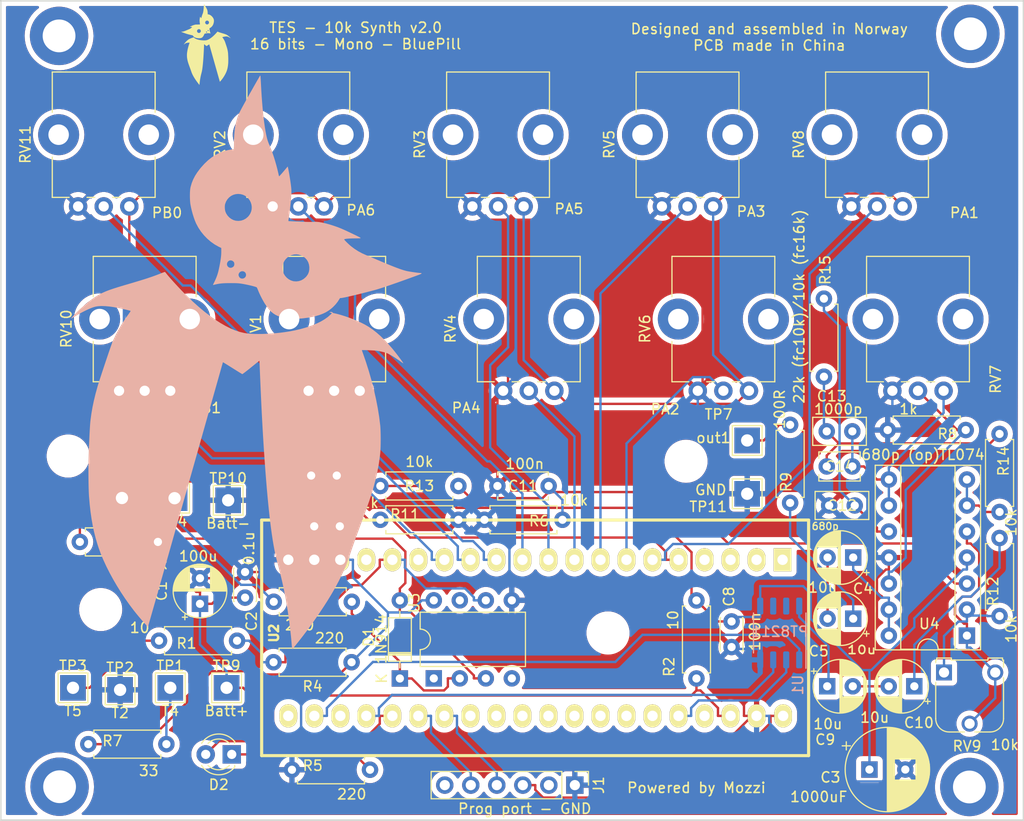
<source format=kicad_pcb>
(kicad_pcb (version 20211014) (generator pcbnew)
  (layers (0 "F.Cu" signal) (31 "B.Cu" signal) (34 "B.Paste" user) (35 "F.Paste" user) (36 "B.SilkS" user "B.Silkscreen") (37 "F.SilkS" user "F.Silkscreen") (38 "B.Mask" user) (39 "F.Mask" user) (44 "Edge.Cuts" user))
  (net 0 "")
  (net 1 "Net-(D1-Pad1)")
  (net 2 "Net-(D1-Pad2)")
  (net 3 "Net-(RV6-Pad2)")
  (net 4 "Net-(RV5-Pad2)")
  (net 5 "Net-(RV4-Pad2)")
  (net 6 "Net-(RV3-Pad2)")
  (net 7 "Net-(RV2-Pad2)")
  (net 8 "Net-(RV1-Pad2)")
  (net 9 "Net-(R1-Pad2)")
  (net 10 "+3V3")
  (net 11 "GND")
  (net 12 "Net-(D2-Pad2)")
  (net 13 "Net-(J1-Pad4)")
  (net 14 "Net-(J1-Pad3)")
  (net 15 "Net-(D2-Pad1)")
  (net 16 "Net-(R1-Pad1)")
  (net 17 "Net-(R3-Pad1)")
  (net 18 "Net-(R8-Pad1)")
  (net 19 "Net-(RV8-Pad2)")
  (net 20 "Net-(J1-Pad5)")
  (net 21 "DAC_out")
  (net 22 "Net-(R7-Pad2)")
  (net 23 "Net-(RV10-Pad2)")
  (net 24 "Net-(RV11-Pad2)")
  (net 25 "Net-(U1-Pad2)")
  (net 26 "Net-(U1-Pad3)")
  (net 27 "Net-(C4-Pad1)")
  (net 28 "Net-(C4-Pad2)")
  (net 29 "Net-(C5-Pad1)")
  (net 30 "Net-(R9-Pad2)")
  (net 31 "Net-(R10-Pad2)")
  (net 32 "Net-(C10-Pad1)")
  (net 33 "batt+")
  (net 34 "/filtered_vcc")
  (net 35 "Net-(U1-Pad1)")
  (net 36 "Net-(C9-Pad1)")
  (net 37 "Net-(C10-Pad2)")
  (net 38 "Net-(C11-Pad2)")
  (net 39 "Net-(C12-Pad2)")
  (net 40 "Net-(C13-Pad1)")
  (net 41 "/filter_out")
  (net 44 "Net-(R12-Pad2)")
  (net 45 "Net-(R14-Pad2)")
  (footprint "Diode_THT:D_DO-35_SOD27_P7.62mm_Horizontal" (layer "F.Cu") (at 81.915 85.09 90)
    (fp_text reference "D1")
    (fp_text value "1N914")
  )
  (footprint "LED_THT:LED_D3.0mm" (layer "F.Cu") (at 65.5 92.5 180)
    (fp_text reference "D2")
    (fp_text value "LED")
  )
  (footprint "Resistor_THT:R_Axial_DIN0207_L6.3mm_D2.5mm_P7.62mm_Horizontal" (layer "F.Cu") (at 58.4 81.4)
    (fp_text reference "R1")
    (fp_text value "10")
  )
  (footprint "Resistor_THT:R_Axial_DIN0207_L6.3mm_D2.5mm_P7.62mm_Horizontal" (layer "F.Cu") (at 110.871 77.47 -90)
    (fp_text reference "R2")
    (fp_text value "10")
  )
  (footprint "Resistor_THT:R_Axial_DIN0207_L6.3mm_D2.5mm_P7.62mm_Horizontal" (layer "F.Cu") (at 69.6 77.6)
    (fp_text reference "R3")
    (fp_text value "220")
  )
  (footprint "Resistor_THT:R_Axial_DIN0207_L6.3mm_D2.5mm_P7.62mm_Horizontal" (layer "F.Cu") (at 77.2 83.5 180)
    (fp_text reference "R4")
    (fp_text value "220")
  )
  (footprint "Resistor_THT:R_Axial_DIN0207_L6.3mm_D2.5mm_P7.62mm_Horizontal" (layer "F.Cu") (at 79 94 180)
    (fp_text reference "R5")
    (fp_text value "220")
  )
  (footprint "Resistor_THT:R_Axial_DIN0207_L6.3mm_D2.5mm_P7.62mm_Horizontal" (layer "F.Cu") (at 90.17 69.596)
    (fp_text reference "R6")
    (fp_text value "10k")
  )
  (footprint "Potentiometer_THT:Potentiometer_Alps_RK09K_Single_Vertical" (layer "F.Cu") (at 78 57 90)
    (fp_text reference "RV1")
    (fp_text value "10K")
  )
  (footprint "Potentiometer_THT:Potentiometer_Alps_RK09K_Single_Vertical" (layer "F.Cu") (at 74.5 39 90)
    (fp_text reference "RV2")
    (fp_text value "10K")
  )
  (footprint "Potentiometer_THT:Potentiometer_Alps_RK09K_Single_Vertical" (layer "F.Cu") (at 94 39 90)
    (fp_text reference "RV3")
    (fp_text value "10K")
  )
  (footprint "Potentiometer_THT:Potentiometer_Alps_RK09K_Single_Vertical" (layer "F.Cu") (at 97 57 90)
    (fp_text reference "RV4")
    (fp_text value "10K")
  )
  (footprint "Potentiometer_THT:Potentiometer_Alps_RK09K_Single_Vertical" (layer "F.Cu") (at 112.5 39 90)
    (fp_text reference "RV5")
    (fp_text value "10K")
  )
  (footprint "Potentiometer_THT:Potentiometer_Alps_RK09K_Single_Vertical" (layer "F.Cu") (at 116 57 90)
    (fp_text reference "RV6")
    (fp_text value "10K")
  )
  (footprint "Potentiometer_THT:Potentiometer_Alps_RK09K_Single_Vertical" (layer "F.Cu") (at 135 57 90)
    (fp_text reference "RV7")
    (fp_text value "10K")
  )
  (footprint "Potentiometer_THT:Potentiometer_Alps_RK09K_Single_Vertical" (layer "F.Cu") (at 131 39 90)
    (fp_text reference "RV8")
    (fp_text value "10K")
  )
  (footprint "TestPoint:TestPoint_THTPad_2.5x2.5mm_Drill1.2mm" (layer "F.Cu") (at 59.5 86)
    (fp_text reference "TP1")
    (fp_text value "T4")
  )
  (footprint "TestPoint:TestPoint_THTPad_2.5x2.5mm_Drill1.2mm" (layer "F.Cu") (at 54.6 86.2)
    (fp_text reference "TP2")
    (fp_text value "T2")
  )
  (footprint "TestPoint:TestPoint_THTPad_2.5x2.5mm_Drill1.2mm" (layer "F.Cu") (at 50 86)
    (fp_text reference "TP3")
    (fp_text value "T5")
  )
  (footprint "TestPoint:TestPoint_THTPad_2.5x2.5mm_Drill1.2mm" (layer "F.Cu") (at 54.7822 67.4694)
    (fp_text reference "TP4")
    (fp_text value "IN5")
  )
  (footprint "TestPoint:TestPoint_THTPad_2.5x2.5mm_Drill1.2mm" (layer "F.Cu") (at 59.9186 67.4878)
    (fp_text reference "TP5")
    (fp_text value "IN4")
  )
  (footprint "TestPoint:TestPoint_THTPad_2.5x2.5mm_Drill1.2mm" (layer "F.Cu") (at 115.824 61.849)
    (fp_text reference "TP7")
    (fp_text value "out1")
  )
  (footprint "TestPoint:TestPoint_THTPad_2.5x2.5mm_Drill1.2mm" (layer "F.Cu") (at 65 86)
    (fp_text reference "TP9")
    (fp_text value "Batt+")
  )
  (footprint "TestPoint:TestPoint_THTPad_2.5x2.5mm_Drill1.2mm" (layer "F.Cu") (at 65.151 67.691)
    (fp_text reference "TP10")
    (fp_text value "Batt-")
  )
  (footprint "BluePill_breakouts:BluePill_STM32F103C_breadboard_friendly" (layer "F.Cu") (at 119.23 73.5 -90)
    (fp_text reference "U2")
    (fp_text value "BluePill_STM32F103C_breadboard_friendly" hide)
  )
  (footprint "TestPoint:TestPoint_THTPad_2.5x2.5mm_Drill1.2mm" (layer "F.Cu") (at 115.824 67.056)
    (fp_text reference "TP11")
    (fp_text value "GND")
  )
  (footprint "Resistor_THT:R_Axial_DIN0207_L6.3mm_D2.5mm_P7.62mm_Horizontal" (layer "F.Cu") (at 137.16 60.833 180)
    (fp_text reference "R8")
    (fp_text value "1k")
  )
  (footprint "Connector_PinHeader_2.54mm:PinHeader_1x06_P2.54mm_Vertical" (layer "F.Cu") (at 99 95.5 -90)
    (fp_text reference "J1")
    (fp_text value "Prog port - GND")
  )
  (footprint "Resistor_THT:R_Axial_DIN0207_L6.3mm_D2.5mm_P7.62mm_Horizontal" (layer "F.Cu") (at 51.5 91.5)
    (fp_text reference "R7")
    (fp_text value "33")
  )
  (footprint "Potentiometer_THT:Potentiometer_Alps_RK09K_Single_Vertical" (layer "F.Cu") (at 59.5 57 90)
    (fp_text reference "RV10")
    (fp_text value "10K")
  )
  (footprint "Potentiometer_THT:Potentiometer_Alps_RK09K_Single_Vertical" (layer "F.Cu") (at 55.5 39 90)
    (fp_text reference "RV11")
    (fp_text value "10K")
  )
  (footprint "Capacitor_THT:CP_Radial_D5.0mm_P2.50mm" (layer "F.Cu") (at 62.4 77.8 90)
    (fp_text reference "C1")
    (fp_text value "100u")
  )
  (footprint "Resistor_THT:R_Axial_DIN0207_L6.3mm_D2.5mm_P7.62mm_Horizontal" (layer "F.Cu") (at 58.293 71.755 180)
    (fp_text reference "R10")
    (fp_text value "22k")
  )
  (footprint "Capacitor_THT:CP_Radial_D5.0mm_P2.50mm" (layer "F.Cu") (at 126.1731 73.279 180)
    (fp_text reference "C4")
    (fp_text value "10u")
  )
  (footprint "Resistor_THT:R_Axial_DIN0207_L6.3mm_D2.5mm_P7.62mm_Horizontal" (layer "F.Cu") (at 87.63 69.596 180)
    (fp_text reference "R11")
    (fp_text value "22k")
  )
  (footprint "Capacitor_THT:CP_Radial_D5.0mm_P2.50mm" (layer "F.Cu") (at 126.1731 79.248 180)
    (fp_text reference "C5")
    (fp_text value "10u")
  )
  (footprint "Resistor_THT:R_Axial_DIN0207_L6.3mm_D2.5mm_P7.62mm_Horizontal" (layer "F.Cu") (at 120.015 67.945 90)
    (fp_text reference "R9")
    (fp_text value "100R")
  )
  (footprint "Package_DIP:DIP-14_W7.62mm_Socket" (layer "F.Cu") (at 137.277 80.904 180)
    (fp_text reference "U4")
    (fp_text value "TL074")
  )
  (footprint "Capacitor_THT:CP_Radial_D5.0mm_P2.50mm" (layer "F.Cu") (at 75.7541 65.278 180)
    (fp_text reference "C6")
    (fp_text value "100u")
  )
  (footprint "Capacitor_THT:C_Disc_D3.0mm_W2.0mm_P2.50mm" (layer "F.Cu") (at 76.053 70.231 180)
    (fp_text reference "C7")
    (fp_text value "0.1u")
  )
  (footprint "Capacitor_THT:C_Disc_D3.0mm_W2.0mm_P2.50mm" (layer "F.Cu") (at 66.802 77.196 90)
    (fp_text reference "C2")
    (fp_text value "0.1u")
  )
  (footprint "Capacitor_THT:C_Disc_D3.0mm_W2.0mm_P2.50mm" (layer "F.Cu") (at 114.3 82.022 90)
    (fp_text reference "C8")
    (fp_text value "100n")
  )
  (footprint "Capacitor_THT:CP_Radial_D5.0mm_P2.50mm" (layer "F.Cu") (at 123.635888 85.852)
    (fp_text reference "C9")
    (fp_text value "10u")
  )
  (footprint "Capacitor_THT:CP_Radial_D5.0mm_P2.50mm" (layer "F.Cu") (at 132.1421 85.852 180)
    (fp_text reference "C10")
    (fp_text value "10u")
  )
  (footprint "Resistor_THT:R_Axial_DIN0207_L6.3mm_D2.5mm_P7.62mm_Horizontal" (layer "F.Cu") (at 140.462 71.374 -90)
    (fp_text reference "R12")
    (fp_text value "10k")
  )
  (footprint "Package_DIP:DIP-8_W7.62mm" (layer "F.Cu") (at 85.227 85.08 90)
    (fp_text reference "U3")
    (fp_text value "6N138")
  )
  (footprint "Capacitor_THT:CP_Radial_D8.0mm_P3.50mm" (layer "F.Cu") (at 127.7603 93.98)
    (fp_text reference "C3")
    (fp_text value "1000uF")
  )
  (footprint "Capacitor_THT:C_Disc_D5.0mm_W2.5mm_P2.50mm" (layer "F.Cu") (at 123.825 68.199)
    (fp_text reference "C12")
    (fp_text value "680p")
  )
  (footprint "MountingHole:MountingHole_3.2mm_M3" (layer "F.Cu") (at 52.705 78.359)
    (fp_text reference "H1" hide)
    (fp_text value "MountingHole" hide)
  )
  (footprint "MountingHole:MountingHole_3.2mm_M3_ISO7380_Pad" (layer "F.Cu") (at 137.5156 95.6818)
    (fp_text reference "H3" hide)
    (fp_text value "MountingHole" hide)
  )
  (footprint "Resistor_THT:R_Axial_DIN0207_L6.3mm_D2.5mm_P7.62mm_Horizontal" (layer "F.Cu") (at 140.462 61.214 -90)
    (fp_text reference "R14")
    (fp_text value "10k")
  )
  (footprint "PCB_symbols:owl_7x10" (layer "F.Cu") (at 62.992 23.368)
    (fp_text reference "G***" hide)
    (fp_text value "LOGO" hide)
  )
  (footprint "MountingHole:MountingHole_3.2mm_M3" (layer "F.Cu") (at 102.235 80.645)
    (fp_text reference "H2" hide)
    (fp_text value "MountingHole" hide)
  )
  (footprint "Capacitor_THT:C_Disc_D4.7mm_W2.5mm_P5.00mm" (layer "F.Cu") (at 91.44 66.294)
    (fp_text reference "C11")
    (fp_text value "100n")
  )
  (footprint "MountingHole:MountingHole_3.2mm_M3" (layer "F.Cu") (at 49.53 63.373)
    (fp_text reference "H8" hide)
    (fp_text value "MountingHole" hide)
  )
  (footprint "MountingHole:MountingHole_3.2mm_M3" (layer "F.Cu") (at 109.855 63.881)
    (fp_text reference "H5" hide)
    (fp_text value "MountingHole" hide)
  )
  (footprint "MountingHole:MountingHole_3.2mm_M3_ISO7380_Pad" (layer "F.Cu") (at 48.6918 95.6564)
    (fp_text reference "H6" hide)
    (fp_text value "MountingHole" hide)
  )
  (footprint "Resistor_THT:R_Axial_DIN0207_L6.3mm_D2.5mm_P7.62mm_Horizontal" (layer "F.Cu") (at 87.63 66.294 180)
    (fp_text reference "R13")
    (fp_text value "10k")
  )
  (footprint "Capacitor_THT:C_Disc_D5.0mm_W2.5mm_P2.50mm" (layer "F.Cu") (at 123.591 60.96)
    (fp_text reference "C13")
    (fp_text value "1000p")
  )
  (footprint "MountingHole:MountingHole_3.2mm_M3_ISO7380_Pad" (layer "F.Cu") (at 48.641 22.352)
    (fp_text reference "H4" hide)
    (fp_text value "MountingHole")
  )
  (footprint "Potentiometer_THT:Potentiometer_Runtron_RM-065_Vertical" (layer "F.Cu") (at 135.041 84.501)
    (fp_text reference "RV9")
    (fp_text value "10k")
  )
  (footprint "MountingHole:MountingHole_3.2mm_M3_ISO7380_Pad" (layer "F.Cu") (at 137.6172 22.1488)
    (fp_text reference "H7" hide)
    (fp_text value "MountingHole")
  )
  (footprint "Capacitor_THT:C_Disc_D3.8mm_W2.6mm_P2.50mm" (layer "F.Cu") (at 126.091 64.389 180)
    (fp_text reference "C14")
    (fp_text value "680p (op)")
  )
  (footprint "Resistor_THT:R_Axial_DIN0207_L6.3mm_D2.5mm_P7.62mm_Horizontal" (layer "F.Cu") (at 123.317 55.626 90)
    (fp_text reference "R15")
    (fp_text value "22k (fc10k)/10k (fc16k)")
  )
  (footprint "Package_SO:SOP-8_3.9x4.9mm_P1.27mm" (layer "B.Cu") (at 118.999 80.645 90)
    (fp_text reference "U1")
    (fp_text value "PT8211")
  )
  (footprint "PCB_symbols:owl_F_50x70" (layer "B.Cu") (at 66.855057 55.533026 180)
    (fp_text reference "G***" hide)
    (fp_text value "LOGO" hide)
  )
  (gr_rect (start 142.799 18.923) (end 42.95 98.923) (layer "Edge.Cuts") (width 0.15) (fill none))
  (gr_text "Powered by Mozzi" (at 110.871 95.758) (layer "F.SilkS") (effects (font (size 1 1))))
  (gr_text "TES - 10k Synth v2.0\n16 bits - Mono - BluePill\n" (at 77.597 22.352) (layer "F.SilkS") (effects (font (size 1 1))))
  (gr_text "Designed and assembled in Norway\nPCB made in China" (at 117.983 22.479) (layer "F.SilkS") (effects (font (size 1 1))))
  (segment (start 86.6017 85.08) (end 86.6017 85.8811) (width 0.23) (layer "F.Cu") (net 1))
  (segment (start 87.767 85.08) (end 86.6017 85.08) (width 0.23) (layer "F.Cu") (net 1))
  (segment (start 86.6017 85.8811) (end 86.2275 86.2553) (width 0.23) (layer "F.Cu") (net 1))
  (segment (start 77.22 77.6) (end 77.22 78.7653) (width 0.23) (layer "F.Cu") (net 1))
  (segment (start 77.22 78.7653) (end 81.915 83.4603) (width 0.23) (layer "F.Cu") (net 1))
  (segment (start 81.915 85.09) (end 83.0803 85.09) (width 0.23) (layer "F.Cu") (net 1))
  (segment (start 81.915 83.4603) (end 81.915 85.09) (width 0.23) (layer "F.Cu") (net 1))
  (segment (start 86.2275 86.2553) (end 84.2456 86.2553) (width 0.23) (layer "F.Cu") (net 1))
  (segment (start 84.2456 86.2553) (end 83.0803 85.09) (width 0.23) (layer "F.Cu") (net 1))
  (segment (start 81.915 76.3047) (end 82.4508 75.7689) (width 0.23) (layer "F.Cu") (net 2))
  (segment (start 54.7822 67.4694) (end 56.3975 67.4694) (width 0.23) (layer "F.Cu") (net 2))
  (segment (start 81.915 77.47) (end 81.915 78.6353) (width 0.23) (layer "F.Cu") (net 2))
  (segment (start 89.1417 84.7925) (end 82.9845 78.6353) (width 0.23) (layer "F.Cu") (net 2))
  (segment (start 81.1877 71.439) (end 60.3671 71.439) (width 0.23) (layer "F.Cu") (net 2))
  (segment (start 89.1417 85.08) (end 89.1417 84.7925) (width 0.23) (layer "F.Cu") (net 2))
  (segment (start 82.4508 75.7689) (end 82.4508 72.7021) (width 0.23) (layer "F.Cu") (net 2))
  (segment (start 82.4508 72.7021) (end 81.1877 71.439) (width 0.23) (layer "F.Cu") (net 2))
  (segment (start 60.3671 71.439) (end 56.3975 67.4694) (width 0.23) (layer "F.Cu") (net 2))
  (segment (start 82.9845 78.6353) (end 81.915 78.6353) (width 0.23) (layer "F.Cu") (net 2))
  (segment (start 90.307 85.08) (end 89.1417 85.08) (width 0.23) (layer "F.Cu") (net 2))
  (segment (start 81.915 77.47) (end 81.915 76.3047) (width 0.23) (layer "F.Cu") (net 2))
  (segment (start 110.5256 55.6645) (end 104.0408 62.1493) (width 0.23) (layer "B.Cu") (net 3))
  (segment (start 104.0408 62.1493) (end 104.0408 73.5) (width 0.23) (layer "B.Cu") (net 3))
  (segment (start 113.5 57) (end 112.1645 55.6645) (width 0.23) (layer "B.Cu") (net 3))
  (segment (start 112.1645 55.6645) (end 110.5256 55.6645) (width 0.23) (layer "B.Cu") (net 3))
  (segment (start 110 39) (end 101.5008 47.4992) (width 0.23) (layer "B.Cu") (net 4))
  (segment (start 101.5008 47.4992) (end 101.5008 73.5) (width 0.23) (layer "B.Cu") (net 4))
  (segment (start 94.5 57) (end 98.9608 61.4608) (width 0.23) (layer "B.Cu") (net 5))
  (segment (start 98.9608 61.4608) (end 98.9608 73.5) (width 0.23) (layer "B.Cu") (net 5))
  (segment (start 90.7295 62.5433) (end 90.7295 54.5068) (width 0.23) (layer "B.Cu") (net 6))
  (segment (start 92.4787 39.9787) (end 91.5 39) (width 0.23) (layer "B.Cu") (net 6))
  (segment (start 92.4787 52.7576) (end 92.4787 39.9787) (width 0.23) (layer "B.Cu") (net 6))
  (segment (start 96.4208 68.2346) (end 90.7295 62.5433) (width 0.23) (layer "B.Cu") (net 6))
  (segment (start 96.4208 73.5) (end 96.4208 68.2346) (width 0.23) (layer "B.Cu") (net 6))
  (segment (start 90.7295 54.5068) (end 92.4787 52.7576) (width 0.23) (layer "B.Cu") (net 6))
  (segment (start 77.5347 44.5347) (end 72 39) (width 0.23) (layer "B.Cu") (net 7))
  (segment (start 93.8808 67.0581) (end 90.7188 63.8961) (width 0.23) (layer "B.Cu") (net 7))
  (segment (start 90.7188 63.8961) (end 90.4511 63.8961) (width 0.23) (layer "B.Cu") (net 7))
  (segment (start 93.8808 73.5) (end 93.8808 67.0581) (width 0.23) (layer "B.Cu") (net 7))
  (segment (start 77.5347 50.9797) (end 77.5347 44.5347) (width 0.23) (layer "B.Cu") (net 7))
  (segment (start 90.4511 63.8961) (end 77.5347 50.9797) (width 0.23) (layer "B.Cu") (net 7))
  (segment (start 90.1119 72.7294) (end 90.1119 73.5) (width 0.23) (layer "B.Cu") (net 8))
  (segment (start 88.0497 71.6751) (end 89.0576 71.6751) (width 0.23) (layer "B.Cu") (net 8))
  (segment (start 91.3408 73.5) (end 90.1119 73.5) (width 0.23) (layer "B.Cu") (net 8))
  (segment (start 89.0576 71.6751) (end 90.1119 72.7294) (width 0.23) (layer "B.Cu") (net 8))
  (segment (start 75.5 59.1254) (end 88.0497 71.6751) (width 0.23) (layer "B.Cu") (net 8))
  (segment (start 75.5 57) (end 75.5 59.1254) (width 0.23) (layer "B.Cu") (net 8))
  (segment (start 77.1819 75.9834) (end 70.7453 82.42) (width 0.23) (layer "F.Cu") (net 9))
  (segment (start 79.9519 74.1913) (end 78.1598 75.9834) (width 0.23) (layer "F.Cu") (net 9))
  (segment (start 78.1598 75.9834) (end 77.1819 75.9834) (width 0.23) (layer "F.Cu") (net 9))
  (segment (start 70.7453 82.42) (end 70.7453 83.5) (width 0.23) (layer "F.Cu") (net 9))
  (segment (start 81.1808 73.5) (end 79.9519 73.5) (width 0.23) (layer "F.Cu") (net 9))
  (segment (start 79.9519 73.5) (end 79.9519 74.1913) (width 0.23) (layer "F.Cu") (net 9))
  (segment (start 69.58 83.5) (end 70.7453 83.5) (width 0.23) (layer "F.Cu") (net 9))
  (segment (start 84.4338 76.2947) (end 82.4097 74.2706) (width 0.23) (layer "B.Cu") (net 9))
  (segment (start 68.4147 82.6294) (end 67.1853 81.4) (width 0.23) (layer "B.Cu") (net 9))
  (segment (start 82.4097 74.2706) (end 82.4097 73.5) (width 0.23) (layer "B.Cu") (net 9))
  (segment (start 88.2678 76.2947) (end 84.4338 76.2947) (width 0.23) (layer "B.Cu") (net 9))
  (segment (start 90.307 77.46) (end 89.1417 77.46) (width 0.23) (layer "B.Cu") (net 9))
  (segment (start 89.1417 77.1686) (end 88.2678 76.2947) (width 0.23) (layer "B.Cu") (net 9))
  (segment (start 81.1808 73.5) (end 82.4097 73.5) (width 0.23) (layer "B.Cu") (net 9))
  (segment (start 66.02 81.4) (end 67.1853 81.4) (width 0.23) (layer "B.Cu") (net 9))
  (segment (start 89.1417 77.46) (end 89.1417 77.1686) (width 0.23) (layer "B.Cu") (net 9))
  (segment (start 68.4147 83.5) (end 68.4147 82.6294) (width 0.23) (layer "B.Cu") (net 9))
  (segment (start 69.58 83.5) (end 68.4147 83.5) (width 0.23) (layer "B.Cu") (net 9))
  (segment (start 60.7731 55.7269) (end 59.5 57) (width 0.23) (layer "F.Cu") (net 10))
  (segment (start 116 57) (end 114.7208 58.2792) (width 0.23) (layer "F.Cu") (net 10))
  (segment (start 60.7731 55.7269) (end 55.5 50.4538) (width 0.23) (layer "F.Cu") (net 10))
  (segment (start 75.8249 37.6751) (end 74.5 39) (width 0.23) (layer "F.Cu") (net 10))
  (segment (start 61.1565 87.3988) (end 57.0553 91.5) (width 0.23) (layer "F.Cu") (net 10))
  (segment (start 114.7208 58.2792) (end 98.2792 58.2792) (width 0.23) (layer "F.Cu") (net 10))
  (segment (start 92.6751 37.6751) (end 75.8249 37.6751) (width 0.23) (layer "F.Cu") (net 10))
  (segment (start 67.3473 84.3754) (end 63.5723 84.3754) (width 0.23) (layer "F.Cu") (net 10))
  (segment (start 77.2 83.5) (end 76.002 84.698) (width 0.23) (layer "F.Cu") (net 10))
  (segment (start 75.7541 59.2459) (end 78 57) (width 0.23) (layer "F.Cu") (net 10))
  (segment (start 55.5 50.4538) (end 55.5 39) (width 0.23) (layer "F.Cu") (net 10))
  (segment (start 55.5 39) (end 56.7948 37.7052) (width 0.23) (layer "F.Cu") (net 10))
  (segment (start 56.7948 37.7052) (end 73.2052 37.7052) (width 0.23) (layer "F.Cu") (net 10))
  (segment (start 73.2052 37.7052) (end 74.5 39) (width 0.23) (layer "F.Cu") (net 10))
  (segment (start 113.7654 37.7346) (end 112.5 39) (width 0.23) (layer "F.Cu") (net 10))
  (segment (start 57.0553 91.5) (end 51.5 91.5) (width 0.23) (layer "F.Cu") (net 10))
  (segment (start 67.6699 84.698) (end 67.3473 84.3754) (width 0.23) (layer "F.Cu") (net 10))
  (segment (start 78 57) (end 76.7269 55.7269) (width 0.23) (layer "F.Cu") (net 10))
  (segment (start 94 39) (end 92.6751 37.6751) (width 0.23) (layer "F.Cu") (net 10))
  (segment (start 76.7269 55.7269) (end 60.7731 55.7269) (width 0.23) (layer "F.Cu") (net 10))
  (segment (start 75.7541 65.278) (end 75.7541 59.2459) (width 0.23) (layer "F.Cu") (net 10))
  (segment (start 63.5723 84.3754) (end 61.1565 86.7912) (width 0.23) (layer "F.Cu") (net 10))
  (segment (start 98.2792 58.2792) (end 97 57) (width 0.23) (layer "F.Cu") (net 10))
  (segment (start 76.002 84.698) (end 67.6699 84.698) (width 0.23) (layer "F.Cu") (net 10))
  (segment (start 131 39) (end 129.7346 37.7346) (width 0.23) (layer "F.Cu") (net 10))
  (segment (start 129.7346 37.7346) (end 113.7654 37.7346) (width 0.23) (layer "F.Cu") (net 10))
  (segment (start 61.1565 86.7912) (end 61.1565 87.3988) (width 0.23) (layer "F.Cu") (net 10))
  (segment (start 116 57) (end 112.5 53.5) (width 0.23) (layer "B.Cu") (net 10))
  (segment (start 80.7496 78.6419) (end 77.3297 75.222) (width 0.23) (layer "B.Cu") (net 10))
  (segment (start 82.8798 78.6419) (end 84.0617 77.46) (width 0.23) (layer "B.Cu") (net 10))
  (segment (start 77.3297 75.222) (end 77.3297 73.5) (width 0.23) (layer "B.Cu") (net 10))
  (segment (start 77.2 83.5) (end 80.7496 79.9504) (width 0.23) (layer "B.Cu") (net 10))
  (segment (start 80.7496 78.6419) (end 82.8798 78.6419) (width 0.23) (layer "B.Cu") (net 10))
  (segment (start 85.227 77.46) (end 84.0617 77.46) (width 0.23) (layer "B.Cu") (net 10))
  (segment (start 94 54) (end 94 39) (width 0.23) (layer "B.Cu") (net 10))
  (segment (start 76.1008 73.5) (end 77.3297 73.5) (width 0.23) (layer "B.Cu") (net 10))
  (segment (start 76.053 66.7422) (end 76.053 70.231) (width 0.23) (layer "B.Cu") (net 10))
  (segment (start 112.5 53.5) (end 112.5 39) (width 0.23) (layer "B.Cu") (net 10))
  (segment (start 75.7541 66.4433) (end 76.053 66.7422) (width 0.23) (layer "B.Cu") (net 10))
  (segment (start 76.053 71.9619) (end 76.1008 72.0097) (width 0.23) (layer "B.Cu") (net 10))
  (segment (start 80.7496 79.9504) (end 80.7496 78.6419) (width 0.23) (layer "B.Cu") (net 10))
  (segment (start 75.7541 65.278) (end 75.7541 66.4433) (width 0.23) (layer "B.Cu") (net 10))
  (segment (start 76.1008 73.5) (end 76.1008 72.0097) (width 0.23) (layer "B.Cu") (net 10))
  (segment (start 97 57) (end 94 54) (width 0.23) (layer "B.Cu") (net 10))
  (segment (start 76.053 70.231) (end 76.053 71.9619) (width 0.23) (layer "B.Cu") (net 10))
  (segment (start 111.4698 45.5718) (end 106.199 40.301) (width 0.23) (layer "F.Cu") (net 11))
  (segment (start 115.824 67.056) (end 117.4393 67.056) (width 0.23) (layer "F.Cu") (net 11))
  (segment (start 116.7408 88.74) (end 116.3006 88.74) (width 0.23) (layer "F.Cu") (net 11))
  (segment (start 91.44 66.294) (end 91.44 57.56) (width 0.23) (layer "F.Cu") (net 11))
  (segment (start 73 65.0239) (end 73.2541 65.278) (width 0.23) (layer "F.Cu") (net 11))
  (segment (start 117.4393 67.056) (end 117.7209 66.7744) (width 0.23) (layer "F.Cu") (net 11))
  (segment (start 129.3656 74.4493) (end 128.4917 75.3232) (width 0.23) (layer "F.Cu") (net 11))
  (segment (start 117.7209 66.7744) (end 122.4004 66.7744) (width 0.23) (layer "F.Cu") (net 11))
  (segment (start 87.63 69.596) (end 90.17 69.596) (width 0.23) (layer "F.Cu") (net 11))
  (segment (start 116.3006 88.74) (end 115.5119 88.74) (width 0.23) (layer "F.Cu") (net 11))
  (segment (start 129.657 73.284) (end 129.657 74.4493) (width 0.23) (layer "F.Cu") (net 11))
  (segment (start 114.3 82.022) (end 115.5119 83.2339) (width 0.23) (layer "F.Cu") (net 11))
  (segment (start 111 57) (end 111.4698 56.5302) (width 0.23) (layer "F.Cu") (net 11))
  (segment (start 107.5 39) (end 106.199 40.301) (width 0.23) (layer "F.Cu") (net 11))
  (segment (start 87.7032 40.2968) (end 70.7968 40.2968) (width 0.23) (layer "F.Cu") (net 11))
  (segment (start 76.4014 68.4253) (end 86.4593 68.4253) (width 0.23) (layer "F.Cu") (net 11))
  (segment (start 119.4282 45.5718) (end 126 39) (width 0.23) (layer "F.Cu") (net 11))
  (segment (start 116.3006 88.74) (end 109.5406 95.5) (width 0.23) (layer "F.Cu") (net 11))
  (segment (start 128.4917 79.0735) (end 124.3313 83.2339) (width 0.23) (layer "F.Cu") (net 11))
  (segment (start 111.4698 56.5302) (end 111.4698 45.5718) (width 0.23) (layer "F.Cu") (net 11))
  (segment (start 70.7968 40.2968) (end 69.5 39) (width 0.23) (layer "F.Cu") (net 11))
  (segment (start 92.4726 40.301) (end 92.4726 56.5274) (width 0.23) (layer "F.Cu") (net 11))
  (segment (start 70.4064 73.5) (end 71.0208 73.5) (width 0.23) (layer "F.Cu") (net 11))
  (segment (start 128.4917 75.3232) (end 128.4917 79.0735) (width 0.23) (layer "F.Cu") (net 11))
  (segment (start 73.2541 65.278) (end 76.4014 68.4253) (width 0.23) (layer "F.Cu") (net 11))
  (segment (start 68.5959 74.696) (end 69.7919 73.5) (width 0.23) (layer "F.Cu") (net 11))
  (segment (start 86.4593 68.4253) (end 87.63 69.596) (width 0.23) (layer "F.Cu") (net 11))
  (segment (start 73 57) (end 73 65.0239) (width 0.23) (layer "F.Cu") (net 11))
  (segment (start 92.4726 40.301) (end 90.301 40.301) (width 0.23) (layer "F.Cu") (net 11))
  (segment (start 111.4698 45.5718) (end 119.4282 45.5718) (width 0.23) (layer "F.Cu") (net 11))
  (segment (start 62.4 75.3) (end 66.198 75.3) (width 0.23) (layer "F.Cu") (net 11))
  (segment (start 109.5406 95.5) (end 99 95.5) (width 0.23) (layer "F.Cu") (net 11))
  (segment (start 89 39) (end 87.7032 40.2968) (width 0.23) (layer "F.Cu") (net 11))
  (segment (start 66.198 75.3) (end 66.802 74.696) (width 0.23) (layer "F.Cu") (net 11))
  (segment (start 90.301 40.301) (end 89 39) (width 0.23) (layer "F.Cu") (net 11))
  (segment (start 115.5119 83.2339) (end 115.5119 88.74) (width 0.23) (layer "F.Cu") (net 11))
  (segment (start 106.199 40.301) (end 92.4726 40.301) (width 0.23) (layer "F.Cu") (net 11))
  (segment (start 66.802 74.696) (end 68.5959 74.696) (width 0.23) (layer "F.Cu") (net 11))
  (segment (start 122.4004 66.7744) (end 123.825 68.199) (width 0.23) (layer "F.Cu") (net 11))
  (segment (start 124.3313 83.2339) (end 115.5119 83.2339) (width 0.23) (layer "F.Cu") (net 11))
  (segment (start 70.4064 73.5) (end 69.7919 73.5) (width 0.23) (layer "F.Cu") (net 11))
  (segment (start 92.4726 56.5274) (end 92 57) (width 0.23) (layer "F.Cu") (net 11))
  (segment (start 129.657 74.4493) (end 129.3656 74.4493) (width 0.23) (layer "F.Cu") (net 11))
  (segment (start 91.44 57.56) (end 92 57) (width 0.23) (layer "F.Cu") (net 11))
  (segment (start 91.44 66.294) (end 91.44 68.326) (width 0.23) (layer "B.Cu") (net 11))
  (segment (start 54.5 57) (end 54.7251 57) (width 0.23) (layer "B.Cu") (net 11))
  (segment (start 72.2724 73.5) (end 71.0208 73.5) (width 0.23) (layer "B.Cu") (net 11))
  (segment (start 125.9236 70.2975) (end 123.825 68.199) (width 0.23) (layer "B.Cu") (net 11))
  (segment (start 73.5608 73.5) (end 72.9464 73.5) (width 0.23) (layer "B.Cu") (net 11))
  (segment (start 92.6108 72.0368) (end 90.17 69.596) (width 0.23) (layer "B.Cu") (net 11))
  (segment (start 129.54 60.833) (end 129.54 59.6677) (width 0.23) (layer "B.Cu") (net 11))
  (segment (start 128.4917 73.284) (end 128.4917 72.8657) (width 0.23) (layer "B.Cu") (net 11))
  (segment (start 54.9107 56.8144) (end 54.9726 56.7525) (width 0.23) (layer "B.Cu") (net 11))
  (segment (start 117.094 83.345) (end 117.094 82.2047) (width 0.23) (layer "B.Cu") (net 11))
  (segment (start 54.6 86.2) (end 54.6 83.1) (width 0.23) (layer "B.Cu") (net 11))
  (segment (start 71.38 94) (end 71.38 92.8347) (width 0.23) (layer "B.Cu") (net 11))
  (segment (start 130.0949 95.1454) (end 123.7008 95.1454) (width 0.23) (layer "B.Cu") (net 11))
  (segment (start 66.802 70.9573) (end 66.802 74.696) (width 0.23) (layer "B.Cu") (net 11))
  (segment (start 73.553 70.231) (end 73.5608 70.2388) (width 0.23) (layer "B.Cu") (net 11))
  (segment (start 65.151 68.4986) (end 65.151 67.691) (width 0.23) (layer "B.Cu") (net 11))
  (segment (start 54.7251 57) (end 54.9107 56.8144) (width 0.23) (layer "B.Cu") (net 11))
  (segment (start 115.824 67.056) (end 115.824 65.4407) (width 0.23) (layer "B.Cu") (net 11))
  (segment (start 91.44 68.326) (end 90.17 69.596) (width 0.23) (layer "B.Cu") (net 11))
  (segment (start 131.2603 93.98) (end 130.0949 95.1454) (width 0.23) (layer "B.Cu") (net 11))
  (segment (start 73.2541 65.278) (end 73.2541 69.9321) (width 0.23) (layer "B.Cu") (net 11))
  (segment (start 130 59.2077) (end 129.54 59.6677) (width 0.23) (layer "B.Cu") (net 11))
  (segment (start 92.847 77.46) (end 92.847 76.2947) (width 0.23) (layer "B.Cu") (net 11))
  (segment (start 65.151 66.0757) (end 64.172 66.0757) (width 0.23) (layer "B.Cu") (net 11))
  (segment (start 54.9726 56.7525) (end 54.9726 43.4726) (width 0.23) (layer "B.Cu") (net 11))
  (segment (start 115.824 65.4407) (end 111 60.6167) (width 0.23) (layer "B.Cu") (net 11))
  (segment (start 64.172 66.0757) (end 54.9107 56.8144) (width 0.23) (layer "B.Cu") (net 11))
  (segment (start 72.2724 91.9423) (end 72.2724 73.5) (width 0.23) (layer "B.Cu") (net 11))
  (segment (start 72.9464 73.5) (end 72.2724 73.5) (width 0.23) (layer "B.Cu") (net 11))
  (segment (start 116.7408 88.74) (end 117.9697 88.74) (width 0.23) (layer "B.Cu") (net 11))
  (segment (start 73.5608 70.2388) (end 73.5608 73.5) (width 0.23) (layer "B.Cu") (net 11))
  (segment (start 127.5577 68.6634) (end 127.5577 63.9806) (width 0.23) (layer "B.Cu") (net 11))
  (segment (start 73.2541 69.9321) (end 73.553 70.231) (width 0.23) (layer "B.Cu") (net 11))
  (segment (start 65.151 67.691) (end 65.151 66.0757) (width 0.23) (layer "B.Cu") (net 11))
  (segment (start 92.847 76.2947) (end 92.6108 76.0585) (width 0.23) (layer "B.Cu") (net 11))
  (segment (start 117.9697 89.4143) (end 117.9697 88.74) (width 0.23) (layer "B.Cu") (net 11))
  (segment (start 129.54 60.833) (end 129.54 61.9983) (width 0.23) (layer "B.Cu") (net 11))
  (segment (start 127.5577 63.9806) (end 129.54 61.9983) (width 0.23) (layer "B.Cu") (net 11))
  (segment (start 65.151 69.3063) (end 66.802 70.9573) (width 0.23) (layer "B.Cu") (net 11))
  (segment (start 117.094 82.2047) (end 114.4827 82.2047) (width 0.23) (layer "B.Cu") (net 11))
  (segment (start 123.7008 95.1454) (end 117.9697 89.4143) (width 0.23) (layer "B.Cu") (net 11))
  (segment (start 54.6 83.1) (end 62.4 75.3) (width 0.23) (layer "B.Cu") (net 11))
  (segment (start 128.4917 72.8657) (end 125.9236 70.2975) (width 0.23) (layer "B.Cu") (net 11))
  (segment (start 111 60.6167) (end 111 57) (width 0.23) (layer "B.Cu") (net 11))
  (segment (start 125.9236 70.2975) (end 127.5577 68.6634) (width 0.23) (layer "B.Cu") (net 11))
  (segment (start 65.151 68.4986) (end 65.151 69.3063) (width 0.23) (layer "B.Cu") (net 11))
  (segment (start 92.6108 76.0585) (end 92.6108 72.0368) (width 0.23) (layer "B.Cu") (net 11))
  (segment (start 129.657 73.284) (end 128.4917 73.284) (width 0.23) (layer "B.Cu") (net 11))
  (segment (start 71.38 92.8347) (end 72.2724 91.9423) (width 0.23) (layer "B.Cu") (net 11))
  (segment (start 130 57) (end 130 59.2077) (width 0.23) (layer "B.Cu") (net 11))
  (segment (start 54.9726 43.4726) (end 50.5 39) (width 0.23) (layer "B.Cu") (net 11))
  (segment (start 114.4827 82.2047) (end 114.3 82.022) (width 0.23) (layer "B.Cu") (net 11))
  (segment (start 62.96 92.5) (end 64.248 91.212) (width 0.23) (layer "F.Cu") (net 12))
  (segment (start 79.9519 89.5106) (end 79.9519 88.74) (width 0.23) (layer "F.Cu") (net 12))
  (segment (start 64.248 91.212) (end 78.2505 91.212) (width 0.23) (layer "F.Cu") (net 12))
  (segment (start 81.1808 88.74) (end 79.9519 88.74) (width 0.23) (layer "F.Cu") (net 12))
  (segment (start 78.2505 91.212) (end 79.9519 89.5106) (width 0.23) (layer "F.Cu") (net 12))
  (segment (start 87.4897 90.3944) (end 87.4897 88.74) (width 0.23) (layer "B.Cu") (net 13))
  (segment (start 91.38 95.5) (end 91.38 94.2847) (width 0.23) (layer "B.Cu") (net 13))
  (segment (start 86.2608 88.74) (end 87.4897 88.74) (width 0.23) (layer "B.Cu") (net 13))
  (segment (start 91.38 94.2847) (end 87.4897 90.3944) (width 0.23) (layer "B.Cu") (net 13))
  (segment (start 95.895 96.7154) (end 110.8016 96.7154) (width 0.23) (layer "F.Cu") (net 14))
  (segment (start 119.3316 88.74) (end 118.1027 88.74) (width 0.23) (layer "F.Cu") (net 14))
  (segment (start 110.8016 96.7154) (end 118.1027 89.4143) (width 0.23) (layer "F.Cu") (net 14))
  (segment (start 118.1027 89.4143) (end 118.1027 88.74) (width 0.23) (layer "F.Cu") (net 14))
  (segment (start 95.1353 95.5) (end 95.1353 95.9557) (width 0.23) (layer "F.Cu") (net 14))
  (segment (start 93.92 95.5) (end 95.1353 95.5) (width 0.23) (layer "F.Cu") (net 14))
  (segment (start 95.1353 95.9557) (end 95.895 96.7154) (width 0.23) (layer "F.Cu") (net 14))
  (segment (start 79 94) (end 77.5 92.5) (width 0.23) (layer "F.Cu") (net 15))
  (segment (start 77.5 92.5) (end 65.5 92.5) (width 0.23) (layer "F.Cu") (net 15))
  (segment (start 51.6153 86) (end 56.2153 81.4) (width 0.23) (layer "F.Cu") (net 16))
  (segment (start 50 86) (end 51.6153 86) (width 0.23) (layer "F.Cu") (net 16))
  (segment (start 56.2153 81.4) (end 58.4 81.4) (width 0.23) (layer "F.Cu") (net 16))
  (segment (start 59.9186 69.4652) (end 66.3994 75.946) (width 0.23) (layer "B.Cu") (net 17))
  (segment (start 67.946 75.946) (end 69.6 77.6) (width 0.23) (layer "B.Cu") (net 17))
  (segment (start 66.3994 75.946) (end 67.946 75.946) (width 0.23) (layer "B.Cu") (net 17))
  (segment (start 59.9186 67.4878) (end 59.9186 69.4652) (width 0.23) (layer "B.Cu") (net 17))
  (segment (start 136.333 60.833) (end 132.5 57) (width 0.23) (layer "F.Cu") (net 18))
  (segment (start 137.16 60.833) (end 136.333 60.833) (width 0.23) (layer "F.Cu") (net 18))
  (segment (start 129.9484 74.6587) (end 131.3026 73.3045) (width 0.23) (layer "B.Cu") (net 18))
  (segment (start 131.3026 66.6904) (end 137.16 60.833) (width 0.23) (layer "B.Cu") (net 18))
  (segment (start 129.657 74.6587) (end 129.9484 74.6587) (width 0.23) (layer "B.Cu") (net 18))
  (segment (start 131.3026 73.3045) (end 131.3026 66.6904) (width 0.23) (layer "B.Cu") (net 18))
  (segment (start 129.657 75.824) (end 129.657 74.6587) (width 0.23) (layer "B.Cu") (net 18))
  (segment (start 107.8097 72.7294) (end 107.8097 73.5) (width 0.23) (layer "B.Cu") (net 19))
  (segment (start 113.9847 71.9621) (end 108.577 71.9621) (width 0.23) (layer "B.Cu") (net 19))
  (segment (start 106.5808 73.5) (end 107.8097 73.5) (width 0.23) (layer "B.Cu") (net 19))
  (segment (start 121.9086 64.0382) (end 113.9847 71.9621) (width 0.23) (layer "B.Cu") (net 19))
  (segment (start 108.577 71.9621) (end 107.8097 72.7294) (width 0.23) (layer "B.Cu") (net 19))
  (segment (start 121.9086 45.5914) (end 121.9086 64.0382) (width 0.23) (layer "B.Cu") (net 19))
  (segment (start 128.5 39) (end 121.9086 45.5914) (width 0.23) (layer "B.Cu") (net 19))
  (segment (start 84.9497 90.3944) (end 84.9497 88.74) (width 0.23) (layer "B.Cu") (net 20))
  (segment (start 88.84 94.2847) (end 84.9497 90.3944) (width 0.23) (layer "B.Cu") (net 20))
  (segment (start 83.7208 88.74) (end 84.9497 88.74) (width 0.23) (layer "B.Cu") (net 20))
  (segment (start 88.84 95.5) (end 88.84 94.2847) (width 0.23) (layer "B.Cu") (net 20))
  (segment (start 137.6854 77.094) (end 138.4704 76.309) (width 0.23) (layer "F.Cu") (net 21))
  (segment (start 137.277 70.744) (end 137.277 71.9093) (width 0.23) (layer "F.Cu") (net 21))
  (segment (start 137.6392 71.9093) (end 137.277 71.9093) (width 0.23) (layer "F.Cu") (net 21))
  (segment (start 136.9857 79.7387) (end 136.1105 78.8635) (width 0.23) (layer "F.Cu") (net 21))
  (segment (start 137.277 80.904) (end 137.277 79.7387) (width 0.23) (layer "F.Cu") (net 21))
  (segment (start 137.277 79.7387) (end 136.9857 79.7387) (width 0.23) (layer "F.Cu") (net 21))
  (segment (start 136.8311 77.094) (end 137.6854 77.094) (width 0.23) (layer "F.Cu") (net 21))
  (segment (start 136.1105 78.8635) (end 136.1105 77.8146) (width 0.23) (layer "F.Cu") (net 21))
  (segment (start 136.1105 77.8146) (end 136.8311 77.094) (width 0.23) (layer "F.Cu") (net 21))
  (segment (start 138.4704 76.309) (end 138.4704 72.7405) (width 0.23) (layer "F.Cu") (net 21))
  (segment (start 138.4704 72.7405) (end 137.6392 71.9093) (width 0.23) (layer "F.Cu") (net 21))
  (segment (start 137.6093 82.0693) (end 137.277 82.0693) (width 0.23) (layer "B.Cu") (net 21))
  (segment (start 140.041 84.501) (end 137.6093 82.0693) (width 0.23) (layer "B.Cu") (net 21))
  (segment (start 137.277 80.904) (end 137.277 82.0693) (width 0.23) (layer "B.Cu") (net 21))
  (segment (start 140.041 87.001) (end 140.041 84.501) (width 0.23) (layer "B.Cu") (net 21))
  (segment (start 137.541 89.501) (end 140.041 87.001) (width 0.23) (layer "B.Cu") (net 21))
  (segment (start 59.12 87.9953) (end 59.5 87.6153) (width 0.23) (layer "B.Cu") (net 22))
  (segment (start 59.12 91.5) (end 59.12 87.9953) (width 0.23) (layer "B.Cu") (net 22))
  (segment (start 59.5 86) (end 59.5 87.6153) (width 0.23) (layer "B.Cu") (net 22))
  (segment (start 86.2608 73.5) (end 85.0319 73.5) (width 0.23) (layer "B.Cu") (net 23))
  (segment (start 63.5905 63.5905) (end 76.2005 63.5905) (width 0.23) (layer "B.Cu") (net 23))
  (segment (start 82.9767 70.9146) (end 83.2171 70.9146) (width 0.23) (layer "B.Cu") (net 23))
  (segment (start 76.2005 63.5905) (end 78.4456 65.8356) (width 0.23) (layer "B.Cu") (net 23))
  (segment (start 85.0319 72.7294) (end 85.0319 73.5) (width 0.23) (layer "B.Cu") (net 23))
  (segment (start 78.4456 65.8356) (end 78.4456 66.3835) (width 0.23) (layer "B.Cu") (net 23))
  (segment (start 57 57) (end 63.5905 63.5905) (width 0.23) (layer "B.Cu") (net 23))
  (segment (start 83.2171 70.9146) (end 85.0319 72.7294) (width 0.23) (layer "B.Cu") (net 23))
  (segment (start 78.4456 66.3835) (end 82.9767 70.9146) (width 0.23) (layer "B.Cu") (net 23))
  (segment (start 70.9315 56.167) (end 61.4875 46.723) (width 0.23) (layer "B.Cu") (net 24))
  (segment (start 87.5719 72.1835) (end 79.6976 64.3092) (width 0.23) (layer "B.Cu") (net 24))
  (segment (start 78.4999 64.3092) (end 70.9315 56.7408) (width 0.23) (layer "B.Cu") (net 24))
  (segment (start 70.9315 56.7408) (end 70.9315 56.167) (width 0.23) (layer "B.Cu") (net 24))
  (segment (start 61.4875 46.723) (end 60.723 46.723) (width 0.23) (layer "B.Cu") (net 24))
  (segment (start 79.6976 64.3092) (end 78.4999 64.3092) (width 0.23) (layer "B.Cu") (net 24))
  (segment (start 88.8008 73.5) (end 87.5719 73.5) (width 0.23) (layer "B.Cu") (net 24))
  (segment (start 60.723 46.723) (end 53 39) (width 0.23) (layer "B.Cu") (net 24))
  (segment (start 87.5719 73.5) (end 87.5719 72.1835) (width 0.23) (layer "B.Cu") (net 24))
  (segment (start 109.1208 88.74) (end 110.3497 88.74) (width 0.23) (layer "B.Cu") (net 25))
  (segment (start 110.3497 87.9694) (end 110.3497 88.74) (width 0.23) (layer "B.Cu") (net 25))
  (segment (start 119.634 84.4853) (end 116.8864 87.2329) (width 0.23) (layer "B.Cu") (net 25))
  (segment (start 116.8864 87.2329) (end 111.0862 87.2329) (width 0.23) (layer "B.Cu") (net 25))
  (segment (start 111.0862 87.2329) (end 110.3497 87.9694) (width 0.23) (layer "B.Cu") (net 25))
  (segment (start 119.634 83.345) (end 119.634 84.4853) (width 0.23) (layer "B.Cu") (net 25))
  (segment (start 81.1446 86.6944) (end 79.8697 87.9693) (width 0.23) (layer "B.Cu") (net 26))
  (segment (start 79.8697 87.9693) (end 79.8697 88.74) (width 0.23) (layer "B.Cu") (net 26))
  (segment (start 118.364 84.4853) (end 116.1549 86.6944) (width 0.23) (layer "B.Cu") (net 26))
  (segment (start 78.6408 88.74) (end 79.8697 88.74) (width 0.23) (layer "B.Cu") (net 26))
  (segment (start 116.1549 86.6944) (end 81.1446 86.6944) (width 0.23) (layer "B.Cu") (net 26))
  (segment (start 118.364 83.345) (end 118.364 84.4853) (width 0.23) (layer "B.Cu") (net 26))
  (segment (start 128.9275 77.1987) (end 126.1731 74.4443) (width 0.23) (layer "B.Cu") (net 27))
  (segment (start 129.657 78.364) (end 129.657 77.1987) (width 0.23) (layer "B.Cu") (net 27))
  (segment (start 129.657 77.1987) (end 128.9275 77.1987) (width 0.23) (layer "B.Cu") (net 27))
  (segment (start 129.657 80.904) (end 129.657 78.364) (width 0.23) (layer "B.Cu") (net 27))
  (segment (start 126.1731 73.279) (end 126.1731 74.4443) (width 0.23) (layer "B.Cu") (net 27))
  (segment (start 123.6731 79.248) (end 123.6731 73.279) (width 0.23) (layer "F.Cu") (net 28))
  (segment (start 126.1731 77.4346) (end 126.1731 79.248) (width 0.23) (layer "B.Cu") (net 29))
  (segment (start 120.015 67.945) (end 120.015 71.2765) (width 0.23) (layer "B.Cu") (net 29))
  (segment (start 120.015 71.2765) (end 126.1731 77.4346) (width 0.23) (layer "B.Cu") (net 29))
  (segment (start 115.824 61.849) (end 117.4393 61.849) (width 0.23) (layer "F.Cu") (net 30))
  (segment (start 118.8497 60.4386) (end 117.4393 61.849) (width 0.23) (layer "F.Cu") (net 30))
  (segment (start 118.8497 60.325) (end 118.8497 60.4386) (width 0.23) (layer "F.Cu") (net 30))
  (segment (start 120.015 60.325) (end 118.8497 60.325) (width 0.23) (layer "F.Cu") (net 30))
  (segment (start 53.3537 65.854) (end 50.673 68.5347) (width 0.23) (layer "F.Cu") (net 31))
  (segment (start 78.3096 69.0609) (end 71.0757 69.0609) (width 0.23) (layer "F.Cu") (net 31))
  (segment (start 80.5927 69.596) (end 80.01 69.596) (width 0.23) (layer "F.Cu") (net 31))
  (segment (start 107.8919 72.7294) (end 106.4929 71.3304) (width 0.23) (layer "F.Cu") (net 31))
  (segment (start 82.9097 71.3304) (end 81.1753 69.596) (width 0.23) (layer "F.Cu") (net 31))
  (segment (start 80.01 69.596) (end 78.8447 69.596) (width 0.23) (layer "F.Cu") (net 31))
  (segment (start 109.1208 73.5) (end 107.8919 73.5) (width 0.23) (layer "F.Cu") (net 31))
  (segment (start 107.8919 73.5) (end 107.8919 72.7294) (width 0.23) (layer "F.Cu") (net 31))
  (segment (start 71.0757 69.0609) (end 67.8688 65.854) (width 0.23) (layer "F.Cu") (net 31))
  (segment (start 80.5927 69.596) (end 81.1753 69.596) (width 0.23) (layer "F.Cu") (net 31))
  (segment (start 78.8447 69.596) (end 78.3096 69.0609) (width 0.23) (layer "F.Cu") (net 31))
  (segment (start 50.673 68.5347) (end 50.673 71.755) (width 0.23) (layer "F.Cu") (net 31))
  (segment (start 67.8688 65.854) (end 53.3537 65.854) (width 0.23) (layer "F.Cu") (net 31))
  (segment (start 106.4929 71.3304) (end 82.9097 71.3304) (width 0.23) (layer "F.Cu") (net 31))
  (segment (start 137.6631 77.094) (end 136.8472 77.094) (width 0.23) (layer "B.Cu") (net 32))
  (segment (start 140.462 74.2951) (end 137.6631 77.094) (width 0.23) (layer "B.Cu") (net 32))
  (segment (start 136.8472 77.094) (end 132.1421 81.7991) (width 0.23) (layer "B.Cu") (net 32))
  (segment (start 132.1421 81.7991) (end 132.1421 85.852) (width 0.23) (layer "B.Cu") (net 32))
  (segment (start 140.462 71.374) (end 140.462 74.2951) (width 0.23) (layer "B.Cu") (net 32))
  (segment (start 112.9719 87.9694) (end 112.9719 88.74) (width 0.23) (layer "F.Cu") (net 33))
  (segment (start 114.2008 88.74) (end 112.9719 88.74) (width 0.23) (layer "F.Cu") (net 33))
  (segment (start 111.2578 86.2553) (end 112.9719 87.9694) (width 0.23) (layer "F.Cu") (net 33))
  (segment (start 58.293 71.755) (end 58.293 72.8919) (width 0.23) (layer "F.Cu") (net 33))
  (segment (start 110.871 85.09) (end 110.871 86.2553) (width 0.23) (layer "F.Cu") (net 33))
  (segment (start 62.4 77.8) (end 62.4 76.6347) (width 0.23) (layer "F.Cu") (net 33))
  (segment (start 62.4 77.8) (end 63.5653 77.8) (width 0.23) (layer "F.Cu") (net 33))
  (segment (start 67.3672 86.7519) (end 110.3744 86.7519) (width 0.23) (layer "F.Cu") (net 33))
  (segment (start 64.1693 77.196) (end 63.5653 77.8) (width 0.23) (layer "F.Cu") (net 33))
  (segment (start 58.293 72.8919) (end 62.0358 76.6347) (width 0.23) (layer "F.Cu") (net 33))
  (segment (start 110.871 86.2553) (end 111.2578 86.2553) (width 0.23) (layer "F.Cu") (net 33))
  (segment (start 66.6153 86) (end 67.3672 86.7519) (width 0.23) (layer "F.Cu") (net 33))
  (segment (start 110.3744 86.7519) (end 110.871 86.2553) (width 0.23) (layer "F.Cu") (net 33))
  (segment (start 65 86) (end 66.6153 86) (width 0.23) (layer "F.Cu") (net 33))
  (segment (start 66.802 77.196) (end 64.1693 77.196) (width 0.23) (layer "F.Cu") (net 33))
  (segment (start 62.0358 76.6347) (end 62.4 76.6347) (width 0.23) (layer "F.Cu") (net 33))
  (segment (start 65 86) (end 65 84.3847) (width 0.23) (layer "B.Cu") (net 33))
  (segment (start 62.4 81.7847) (end 65 84.3847) (width 0.23) (layer "B.Cu") (net 33))
  (segment (start 62.4 77.8) (end 62.4 81.7847) (width 0.23) (layer "B.Cu") (net 33))
  (segment (start 106.0516 68.4306) (end 87.4457 68.4306) (width 0.23) (layer "F.Cu") (net 34))
  (segment (start 112.923 79.522) (end 110.871 77.47) (width 0.23) (layer "F.Cu") (net 34))
  (segment (start 110.871 77.47) (end 110.3908 76.9898) (width 0.23) (layer "F.Cu") (net 34))
  (segment (start 114.3 79.522) (end 112.923 79.522) (width 0.23) (layer "F.Cu") (net 34))
  (segment (start 110.3908 72.7698) (end 106.0516 68.4306) (width 0.23) (layer "F.Cu") (net 34))
  (segment (start 110.3908 76.9898) (end 110.3908 72.7698) (width 0.23) (layer "F.Cu") (net 34))
  (segment (start 85.3091 66.294) (end 80.01 66.294) (width 0.23) (layer "F.Cu") (net 34))
  (segment (start 87.4457 68.4306) (end 85.3091 66.294) (width 0.23) (layer "F.Cu") (net 34))
  (segment (start 117.094 79.0853) (end 114.7367 79.0853) (width 0.23) (layer "B.Cu") (net 34))
  (segment (start 127.7603 84.2711) (end 127.9417 84.2711) (width 0.23) (layer "B.Cu") (net 34))
  (segment (start 136.9148 74.4493) (end 137.277 74.4493) (width 0.23) (layer "B.Cu") (net 34))
  (segment (start 122.0269 79.2677) (end 127.0303 84.2711) (width 0.23) (layer "B.Cu") (net 34))
  (segment (start 132.1421 80.0707) (end 132.1421 79.222) (width 0.23) (layer "B.Cu") (net 34))
  (segment (start 127.7603 93.3973) (end 127.7603 84.2711) (width 0.23) (layer "B.Cu") (net 34))
  (segment (start 117.094 78.395) (end 117.094 77.945) (width 0.23) (layer "B.Cu") (net 34))
  (segment (start 122.0269 76.8149) (end 122.0269 79.2677) (width 0.23) (layer "B.Cu") (net 34))
  (segment (start 117.094 78.395) (end 117.094 79.0853) (width 0.23) (layer "B.Cu") (net 34))
  (segment (start 137.277 73.284) (end 137.277 74.4493) (width 0.23) (layer "B.Cu") (net 34))
  (segment (start 132.1421 79.222) (end 136.9148 74.4493) (width 0.23) (layer "B.Cu") (net 34))
  (segment (start 127.7603 93.98) (end 127.7603 93.3973) (width 0.23) (layer "B.Cu") (net 34))
  (segment (start 127.0303 84.2711) (end 127.7603 84.2711) (width 0.23) (layer "B.Cu") (net 34))
  (segment (start 117.094 76.073) (end 121.285 76.073) (width 0.23) (layer "B.Cu") (net 34))
  (segment (start 117.094 77.945) (end 117.094 76.073) (width 0.23) (layer "B.Cu") (net 34))
  (segment (start 127.9417 84.2711) (end 132.1421 80.0707) (width 0.23) (layer "B.Cu") (net 34))
  (segment (start 121.285 76.073) (end 122.0269 76.8149) (width 0.23) (layer "B.Cu") (net 34))
  (segment (start 114.7367 79.0853) (end 114.3 79.522) (width 0.23) (layer "B.Cu") (net 34))
  (segment (start 79.283 83.4761) (end 74.7897 87.9694) (width 0.23) (layer "B.Cu") (net 35))
  (segment (start 119.5287 80.8294) (end 105.5978 80.8294) (width 0.23) (layer "B.Cu") (net 35))
  (segment (start 102.9511 83.4761) (end 79.283 83.4761) (width 0.23) (layer "B.Cu") (net 35))
  (segment (start 74.7897 87.9694) (end 74.7897 88.74) (width 0.23) (layer "B.Cu") (net 35))
  (segment (start 105.5978 80.8294) (end 102.9511 83.4761) (width 0.23) (layer "B.Cu") (net 35))
  (segment (start 120.904 83.345) (end 120.904 82.2047) (width 0.23) (layer "B.Cu") (net 35))
  (segment (start 120.904 82.2047) (end 119.5287 80.8294) (width 0.23) (layer "B.Cu") (net 35))
  (segment (start 73.5608 88.74) (end 74.7897 88.74) (width 0.23) (layer "B.Cu") (net 35))
  (segment (start 120.904 79.0853) (end 123.7629 81.9442) (width 0.23) (layer "B.Cu") (net 36))
  (segment (start 123.7629 81.9442) (end 123.7629 85.344) (width 0.23) (layer "B.Cu") (net 36))
  (segment (start 120.904 77.945) (end 120.904 79.0853) (width 0.23) (layer "B.Cu") (net 36))
  (segment (start 129.6421 85.852) (end 126.7709 85.852) (width 0.23) (layer "F.Cu") (net 37))
  (segment (start 126.7709 85.852) (end 126.2629 85.344) (width 0.23) (layer "F.Cu") (net 37))
  (segment (start 88.8155 67.4795) (end 95.8472 67.4795) (width 0.23) (layer "F.Cu") (net 38))
  (segment (start 87.63 66.294) (end 88.8155 67.4795) (width 0.23) (layer "F.Cu") (net 38))
  (segment (start 137.277 75.824) (end 136.1117 75.824) (width 0.23) (layer "F.Cu") (net 38))
  (segment (start 96.44 66.8867) (end 96.44 66.294) (width 0.23) (layer "F.Cu") (net 38))
  (segment (start 95.8472 67.4795) (end 96.44 66.8867) (width 0.23) (layer "F.Cu") (net 38))
  (segment (start 132.1971 71.9094) (end 136.1117 75.824) (width 0.23) (layer "F.Cu") (net 38))
  (segment (start 108.9542 66.8867) (end 113.9769 71.9094) (width 0.23) (layer "F.Cu") (net 38))
  (segment (start 96.44 66.8867) (end 108.9542 66.8867) (width 0.23) (layer "F.Cu") (net 38))
  (segment (start 113.9769 71.9094) (end 132.1971 71.9094) (width 0.23) (layer "F.Cu") (net 38))
  (segment (start 97.79 67.644) (end 97.79 69.596) (width 0.23) (layer "B.Cu") (net 38))
  (segment (start 96.44 66.294) (end 97.79 67.644) (width 0.23) (layer "B.Cu") (net 38))
  (segment (start 128.4917 70.3657) (end 128.4917 70.744) (width 0.23) (layer "F.Cu") (net 39))
  (segment (start 129.657 70.744) (end 128.4917 70.744) (width 0.23) (layer "F.Cu") (net 39))
  (segment (start 126.325 68.199) (end 128.4917 70.3657) (width 0.23) (layer "F.Cu") (net 39))
  (segment (start 124.841 66.715) (end 126.325 68.199) (width 0.23) (layer "B.Cu") (net 39))
  (segment (start 124.841 50.6953) (end 124.841 66.715) (width 0.23) (layer "B.Cu") (net 39))
  (segment (start 123.317 48.006) (end 123.317 49.1713) (width 0.23) (layer "B.Cu") (net 39))
  (segment (start 123.317 49.1713) (end 124.841 50.6953) (width 0.23) (layer "B.Cu") (net 39))
  (segment (start 139.5358 62.1402) (end 140.462 61.214) (width 0.23) (layer "F.Cu") (net 40))
  (segment (start 123.591 60.96) (end 124.7712 62.1402) (width 0.23) (layer "F.Cu") (net 40))
  (segment (start 123.591 63.3204) (end 123.591 64.389) (width 0.23) (layer "F.Cu") (net 40))
  (segment (start 124.7712 62.1402) (end 139.5358 62.1402) (width 0.23) (layer "F.Cu") (net 40))
  (segment (start 124.7712 62.1402) (end 123.591 63.3204) (width 0.23) (layer "F.Cu") (net 40))
  (segment (start 123.317 55.626) (end 123.317 60.686) (width 0.23) (layer "B.Cu") (net 40))
  (segment (start 123.317 60.686) (end 123.591 60.96) (width 0.23) (layer "B.Cu") (net 40))
  (segment (start 127.2167 64.389) (end 128.4917 65.664) (width 0.23) (layer "F.Cu") (net 41))
  (segment (start 126.091 64.389) (end 127.2167 64.389) (width 0.23) (layer "F.Cu") (net 41))
  (segment (start 129.657 65.664) (end 128.4917 65.664) (width 0.23) (layer "F.Cu") (net 41))
  (segment (start 129.657 68.204) (end 129.657 65.664) (width 0.23) (layer "B.Cu") (net 41))
  (segment (start 129.657 65.664) (end 129.657 64.4987) (width 0.23) (layer "B.Cu") (net 41))
  (segment (start 129.657 64.4987) (end 135 59.1557) (width 0.23) (layer "B.Cu") (net 41))
  (segment (start 126.091 64.389) (end 126.091 60.96) (width 0.23) (layer "B.Cu") (net 41))
  (segment (start 135 59.1557) (end 135 57) (width 0.23) (layer "B.Cu") (net 41))
  (segment (start 135.041 84.501) (end 135.041 80.9412) (width 0.23) (layer "B.Cu") (net 44))
  (segment (start 135.041 80.9412) (end 136.4529 79.5293) (width 0.23) (layer "B.Cu") (net 44))
  (segment (start 137.277 78.9466) (end 139.2493 78.9466) (width 0.23) (layer "B.Cu") (net 44))
  (segment (start 139.2493 78.9466) (end 139.2967 78.994) (width 0.23) (layer "B.Cu") (net 44))
  (segment (start 140.462 78.994) (end 139.2967 78.994) (width 0.23) (layer "B.Cu") (net 44))
  (segment (start 137.277 78.9466) (end 137.277 79.5293) (width 0.23) (layer "B.Cu") (net 44))
  (segment (start 137.277 78.364) (end 137.277 78.9466) (width 0.23) (layer "B.Cu") (net 44))
  (segment (start 136.4529 79.5293) (end 137.277 79.5293) (width 0.23) (layer "B.Cu") (net 44))
  (segment (start 139.0723 68.834) (end 138.4423 68.204) (width 0.23) (layer "F.Cu") (net 45))
  (segment (start 140.462 68.834) (end 139.0723 68.834) (width 0.23) (layer "F.Cu") (net 45))
  (segment (start 137.277 68.204) (end 138.4423 68.204) (width 0.23) (layer "F.Cu") (net 45))
  (segment (start 137.277 68.204) (end 137.277 65.664) (width 0.23) (layer "B.Cu") (net 45))
  (zone (net 11) (net_name "GND") (layer "F.Cu") (connect_pads (clearance 0.508)) (min_thickness 0.254) (fill yes (thermal_gap 0.508) (thermal_bridge_width 0.508))
    (polygon (pts (xy 142.24 98.425) (xy 43.053 98.425) (xy 43.053 19.431) (xy 142.24 19.431)))
  )
  (zone (net 11) (net_name "GND") (layer "B.Cu") (connect_pads (clearance 0.508)) (min_thickness 0.254) (fill yes (thermal_gap 0.508) (thermal_bridge_width 0.508))
    (polygon (pts (xy 142.113 98.298) (xy 43.18 98.425) (xy 43.18 19.304) (xy 142.367 19.304)))
  )
)
</source>
